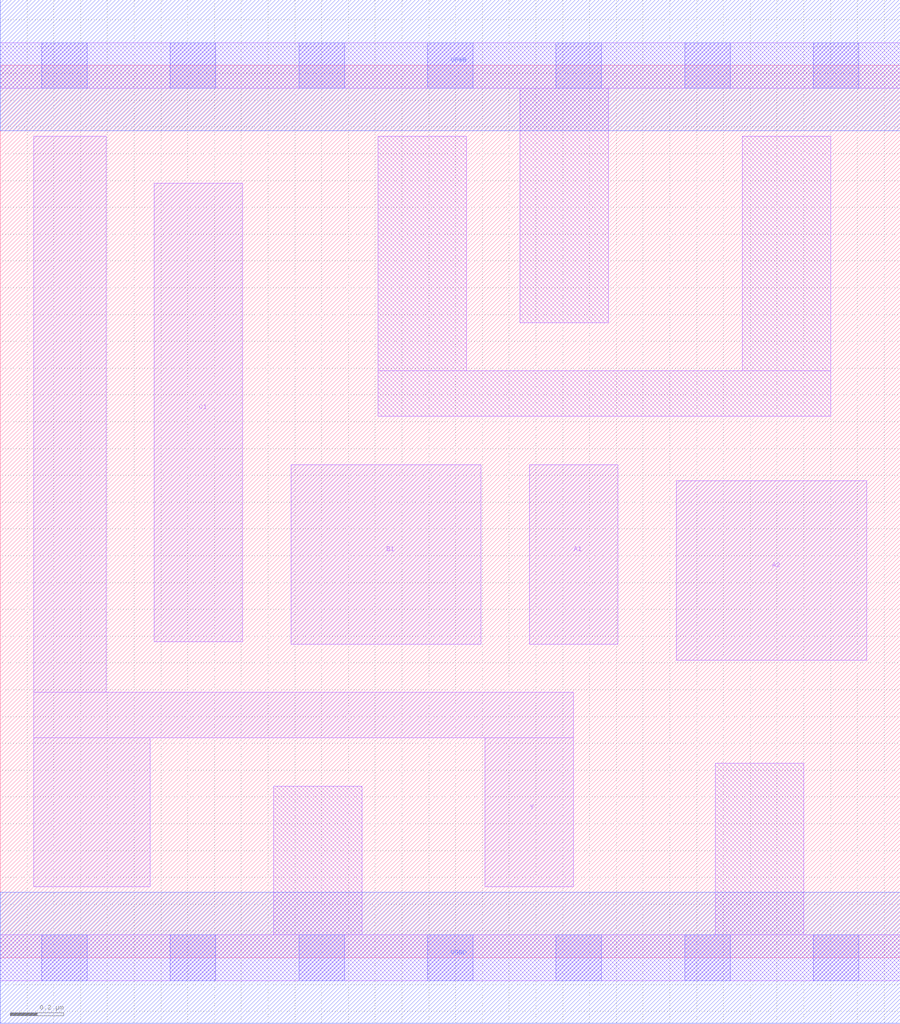
<source format=lef>
# Copyright 2020 The SkyWater PDK Authors
#
# Licensed under the Apache License, Version 2.0 (the "License");
# you may not use this file except in compliance with the License.
# You may obtain a copy of the License at
#
#     https://www.apache.org/licenses/LICENSE-2.0
#
# Unless required by applicable law or agreed to in writing, software
# distributed under the License is distributed on an "AS IS" BASIS,
# WITHOUT WARRANTIES OR CONDITIONS OF ANY KIND, either express or implied.
# See the License for the specific language governing permissions and
# limitations under the License.
#
# SPDX-License-Identifier: Apache-2.0

VERSION 5.7 ;
  NAMESCASESENSITIVE ON ;
  NOWIREEXTENSIONATPIN ON ;
  DIVIDERCHAR "/" ;
  BUSBITCHARS "[]" ;
UNITS
  DATABASE MICRONS 200 ;
END UNITS
MACRO sky130_fd_sc_lp__a211oi_lp
  CLASS CORE ;
  FOREIGN sky130_fd_sc_lp__a211oi_lp ;
  ORIGIN  0.000000  0.000000 ;
  SIZE  3.360000 BY  3.330000 ;
  SYMMETRY X Y R90 ;
  SITE unit ;
  PIN A1
    ANTENNAGATEAREA  0.313000 ;
    DIRECTION INPUT ;
    USE SIGNAL ;
    PORT
      LAYER li1 ;
        RECT 1.975000 1.170000 2.305000 1.840000 ;
    END
  END A1
  PIN A2
    ANTENNAGATEAREA  0.313000 ;
    DIRECTION INPUT ;
    USE SIGNAL ;
    PORT
      LAYER li1 ;
        RECT 2.525000 1.110000 3.235000 1.780000 ;
    END
  END A2
  PIN B1
    ANTENNAGATEAREA  0.376000 ;
    DIRECTION INPUT ;
    USE SIGNAL ;
    PORT
      LAYER li1 ;
        RECT 1.085000 1.170000 1.795000 1.840000 ;
    END
  END B1
  PIN C1
    ANTENNAGATEAREA  0.376000 ;
    DIRECTION INPUT ;
    USE SIGNAL ;
    PORT
      LAYER li1 ;
        RECT 0.575000 1.180000 0.905000 2.890000 ;
    END
  END C1
  PIN Y
    ANTENNADIFFAREA  0.727300 ;
    DIRECTION OUTPUT ;
    USE SIGNAL ;
    PORT
      LAYER li1 ;
        RECT 0.125000 0.265000 0.560000 0.820000 ;
        RECT 0.125000 0.820000 2.140000 0.990000 ;
        RECT 0.125000 0.990000 0.395000 3.065000 ;
        RECT 1.810000 0.265000 2.140000 0.820000 ;
    END
  END Y
  PIN VGND
    DIRECTION INOUT ;
    USE GROUND ;
    PORT
      LAYER met1 ;
        RECT 0.000000 -0.245000 3.360000 0.245000 ;
    END
  END VGND
  PIN VPWR
    DIRECTION INOUT ;
    USE POWER ;
    PORT
      LAYER met1 ;
        RECT 0.000000 3.085000 3.360000 3.575000 ;
    END
  END VPWR
  OBS
    LAYER li1 ;
      RECT 0.000000 -0.085000 3.360000 0.085000 ;
      RECT 0.000000  3.245000 3.360000 3.415000 ;
      RECT 1.020000  0.085000 1.350000 0.640000 ;
      RECT 1.410000  2.020000 3.100000 2.190000 ;
      RECT 1.410000  2.190000 1.740000 3.065000 ;
      RECT 1.940000  2.370000 2.270000 3.245000 ;
      RECT 2.670000  0.085000 3.000000 0.725000 ;
      RECT 2.770000  2.190000 3.100000 3.065000 ;
    LAYER mcon ;
      RECT 0.155000 -0.085000 0.325000 0.085000 ;
      RECT 0.155000  3.245000 0.325000 3.415000 ;
      RECT 0.635000 -0.085000 0.805000 0.085000 ;
      RECT 0.635000  3.245000 0.805000 3.415000 ;
      RECT 1.115000 -0.085000 1.285000 0.085000 ;
      RECT 1.115000  3.245000 1.285000 3.415000 ;
      RECT 1.595000 -0.085000 1.765000 0.085000 ;
      RECT 1.595000  3.245000 1.765000 3.415000 ;
      RECT 2.075000 -0.085000 2.245000 0.085000 ;
      RECT 2.075000  3.245000 2.245000 3.415000 ;
      RECT 2.555000 -0.085000 2.725000 0.085000 ;
      RECT 2.555000  3.245000 2.725000 3.415000 ;
      RECT 3.035000 -0.085000 3.205000 0.085000 ;
      RECT 3.035000  3.245000 3.205000 3.415000 ;
  END
END sky130_fd_sc_lp__a211oi_lp
END LIBRARY

</source>
